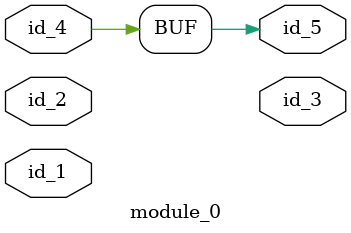
<source format=v>
module module_0 (
    id_1,
    id_2,
    id_3,
    id_4,
    id_5
);
  output id_5;
  inout id_4;
  output id_3;
  input id_2;
  input id_1;
  initial begin
    id_5 <= id_4;
  end
  reg id_5;
endmodule
`define pp_5 0

</source>
